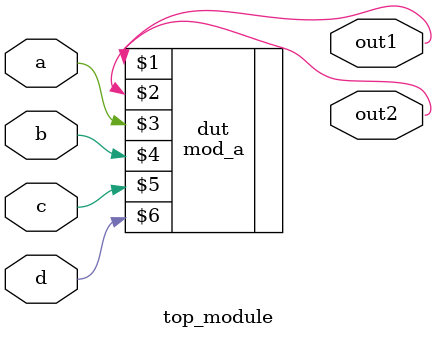
<source format=v>
module top_module ( 
    input a, 
    input b, 
    input c,
    input d,
    output out1,
    output out2
);
    mod_a  dut(out1,out2,a,b,c,d);
endmodule

</source>
